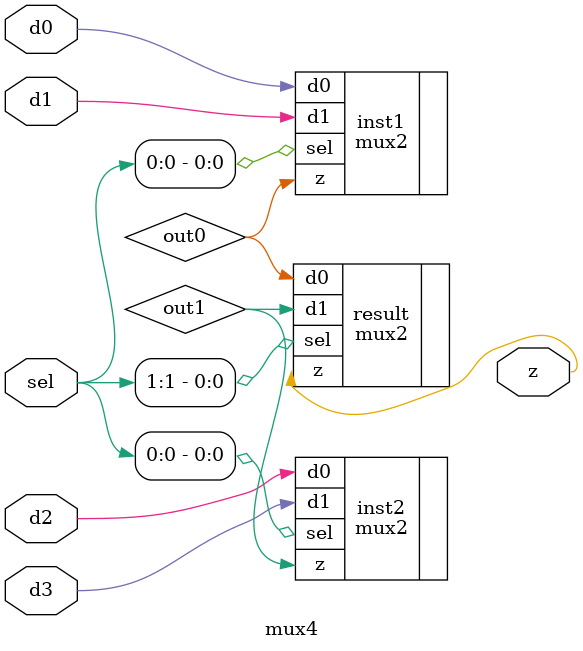
<source format=sv>
module mux4 (
    input logic d0,          // Data input 0
    input logic d1,          // Data input 1
    input logic d2,          // Data input 2
    input logic d3,          // Data input 3
    input logic [1:0] sel,   // Select input
    output logic z           // Output
);

// Put your code here
// ------------------
logic out0, out1;

mux2 inst1(.d0(d0), .d1(d1), .sel(sel[0]), .z(out0));

mux2 inst2(.d0(d2), .d1(d3), .sel(sel[0]), .z(out1));

mux2 result(.d0(out0), .d1(out1), .sel(sel[1]), .z(z));
// End of your code

endmodule

</source>
